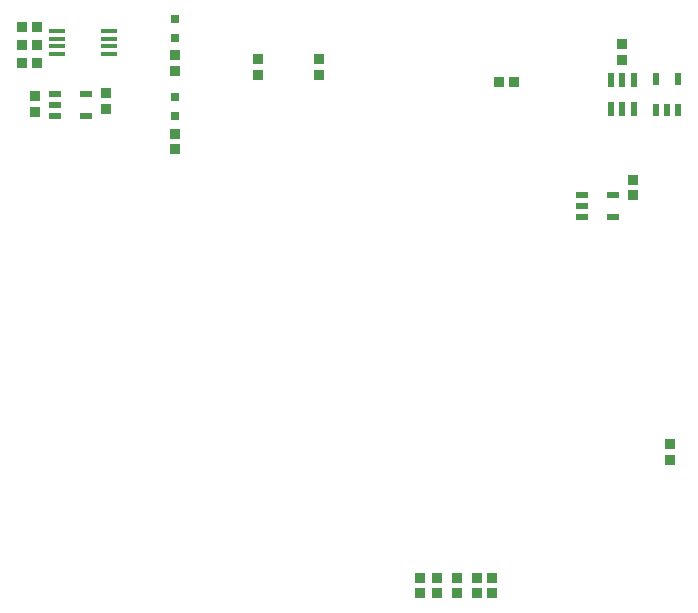
<source format=gtp>
G04*
G04 #@! TF.GenerationSoftware,Altium Limited,Altium Designer,20.1.12 (249)*
G04*
G04 Layer_Color=8421504*
%FSLAX44Y44*%
%MOMM*%
G71*
G04*
G04 #@! TF.SameCoordinates,28A8639E-1F06-4054-8E9C-96101E26D361*
G04*
G04*
G04 #@! TF.FilePolarity,Positive*
G04*
G01*
G75*
%ADD13R,0.9400X0.8300*%
%ADD14R,0.8300X0.9400*%
%ADD15R,1.0500X0.6000*%
%ADD16R,0.6000X1.0500*%
%ADD17R,1.3970X0.4318*%
%ADD18R,0.6000X1.2000*%
%ADD19R,0.8000X0.8000*%
D13*
X590685Y368600D02*
D03*
Y355400D02*
D03*
X410000Y18400D02*
D03*
Y31600D02*
D03*
X442000D02*
D03*
Y18400D02*
D03*
X425000Y31600D02*
D03*
Y18400D02*
D03*
X273250Y457400D02*
D03*
Y470600D02*
D03*
X325000Y457400D02*
D03*
Y470600D02*
D03*
X144159Y428900D02*
D03*
Y442100D02*
D03*
X84174Y426150D02*
D03*
Y439350D02*
D03*
X202750Y394581D02*
D03*
Y407781D02*
D03*
X203043Y474387D02*
D03*
Y461186D02*
D03*
X581750Y483635D02*
D03*
Y470435D02*
D03*
X622000Y144943D02*
D03*
Y131742D02*
D03*
D14*
X458400Y19000D02*
D03*
X471600D02*
D03*
Y31750D02*
D03*
X458400D02*
D03*
X73258Y482807D02*
D03*
X86459D02*
D03*
X73258Y498250D02*
D03*
X86459D02*
D03*
X73008Y467365D02*
D03*
X86208D02*
D03*
X476900Y451750D02*
D03*
X490100D02*
D03*
D15*
X547692Y355792D02*
D03*
Y346292D02*
D03*
Y336792D02*
D03*
X573692D02*
D03*
Y355792D02*
D03*
X101167Y441389D02*
D03*
Y431889D02*
D03*
Y422389D02*
D03*
X127167D02*
D03*
Y441389D02*
D03*
D16*
X610043Y428000D02*
D03*
X619543D02*
D03*
X629043D02*
D03*
Y454000D02*
D03*
X610043D02*
D03*
D17*
X102902Y494750D02*
D03*
Y488250D02*
D03*
Y481750D02*
D03*
Y475250D02*
D03*
X147098D02*
D03*
Y481750D02*
D03*
Y488250D02*
D03*
Y494750D02*
D03*
D18*
X572250Y453243D02*
D03*
X581750D02*
D03*
X591250D02*
D03*
Y428243D02*
D03*
X581750D02*
D03*
X572250D02*
D03*
D19*
X202743Y438474D02*
D03*
Y422474D02*
D03*
Y505079D02*
D03*
Y489079D02*
D03*
M02*

</source>
